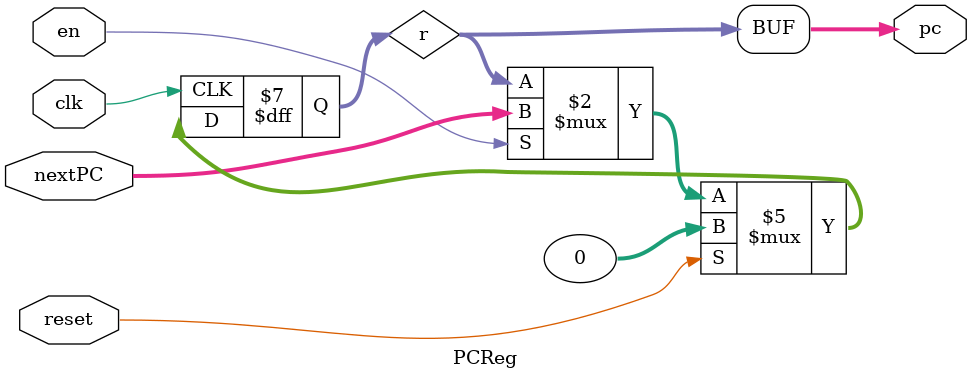
<source format=v>
module PCReg (
    input clk,
    input reset,
    input en,
    input [31:0] nextPC,
    output [31:0] pc
);

    reg [31:0] r;

    assign pc = r;

    always @(posedge clk) begin
        if (reset) begin
            r <= 0;
        end else if (en) begin
            r <= nextPC; 
        end
    end
    
endmodule
</source>
